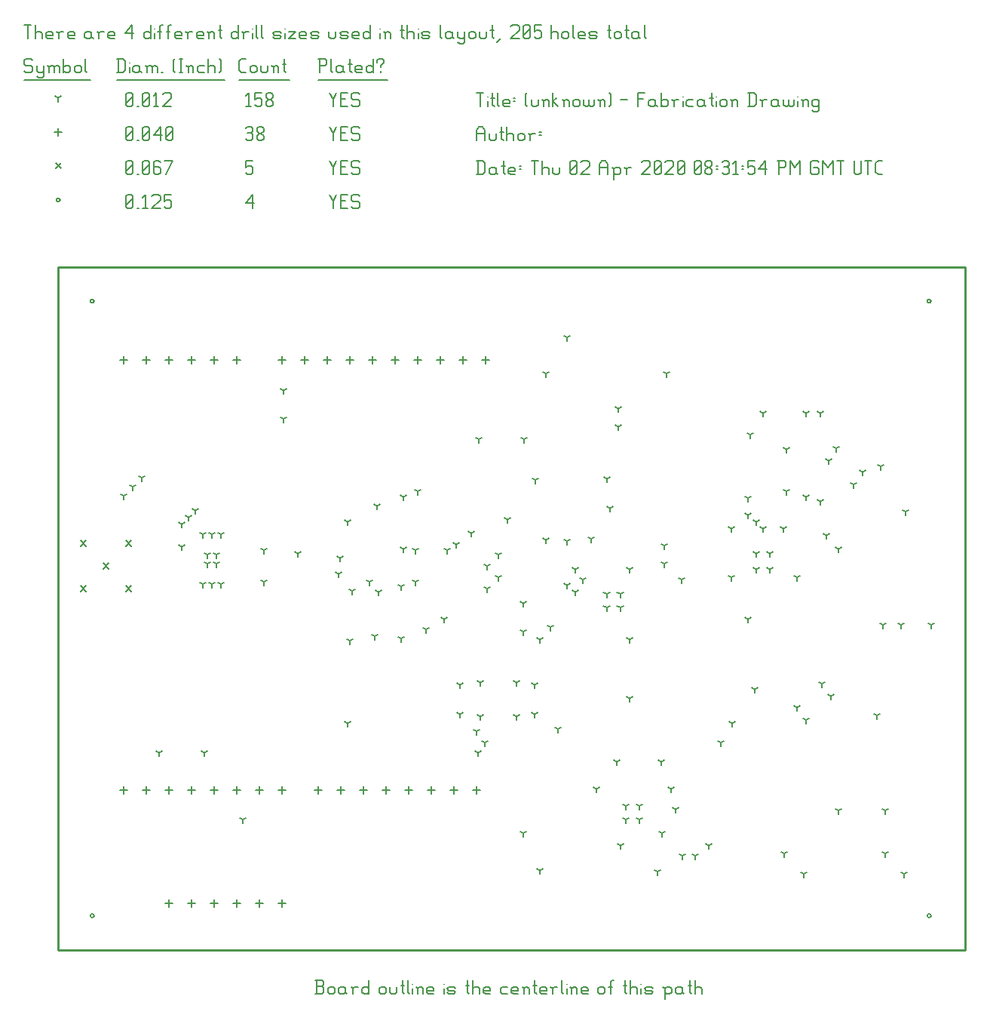
<source format=gbr>
G04 start of page 14 for group -3984 idx -3984 *
G04 Title: (unknown), fab *
G04 Creator: pcb 1.99z *
G04 CreationDate: Thu 02 Apr 2020 08:31:54 PM GMT UTC *
G04 For: mark *
G04 Format: Gerber/RS-274X *
G04 PCB-Dimensions (mil): 4300.00 3300.00 *
G04 PCB-Coordinate-Origin: lower left *
%MOIN*%
%FSLAX25Y25*%
%LNFAB*%
%ADD192C,0.0100*%
%ADD191C,0.0075*%
%ADD190C,0.0060*%
%ADD189R,0.0080X0.0080*%
G54D189*X29206Y296494D02*G75*G03X30806Y296494I800J0D01*G01*
G75*G03X29206Y296494I-800J0D01*G01*
Y24994D02*G75*G03X30806Y24994I800J0D01*G01*
G75*G03X29206Y24994I-800J0D01*G01*
X399206D02*G75*G03X400806Y24994I800J0D01*G01*
G75*G03X399206Y24994I-800J0D01*G01*
Y296494D02*G75*G03X400806Y296494I800J0D01*G01*
G75*G03X399206Y296494I-800J0D01*G01*
X14200Y341250D02*G75*G03X15800Y341250I800J0D01*G01*
G75*G03X14200Y341250I-800J0D01*G01*
G54D190*X135000Y343500D02*X136500Y340500D01*
X138000Y343500D01*
X136500Y340500D02*Y337500D01*
X139800Y340800D02*X142050D01*
X139800Y337500D02*X142800D01*
X139800Y343500D02*Y337500D01*
Y343500D02*X142800D01*
X147600D02*X148350Y342750D01*
X145350Y343500D02*X147600D01*
X144600Y342750D02*X145350Y343500D01*
X144600Y342750D02*Y341250D01*
X145350Y340500D01*
X147600D01*
X148350Y339750D01*
Y338250D01*
X147600Y337500D02*X148350Y338250D01*
X145350Y337500D02*X147600D01*
X144600Y338250D02*X145350Y337500D01*
X98000Y339750D02*X101000Y343500D01*
X98000Y339750D02*X101750D01*
X101000Y343500D02*Y337500D01*
X45000Y338250D02*X45750Y337500D01*
X45000Y342750D02*Y338250D01*
Y342750D02*X45750Y343500D01*
X47250D01*
X48000Y342750D01*
Y338250D01*
X47250Y337500D02*X48000Y338250D01*
X45750Y337500D02*X47250D01*
X45000Y339000D02*X48000Y342000D01*
X49800Y337500D02*X50550D01*
X52350Y342300D02*X53550Y343500D01*
Y337500D01*
X52350D02*X54600D01*
X56400Y342750D02*X57150Y343500D01*
X59400D01*
X60150Y342750D01*
Y341250D01*
X56400Y337500D02*X60150Y341250D01*
X56400Y337500D02*X60150D01*
X61950Y343500D02*X64950D01*
X61950D02*Y340500D01*
X62700Y341250D01*
X64200D01*
X64950Y340500D01*
Y338250D01*
X64200Y337500D02*X64950Y338250D01*
X62700Y337500D02*X64200D01*
X61950Y338250D02*X62700Y337500D01*
X34806Y180694D02*X37206Y178294D01*
X34806D02*X37206Y180694D01*
X24806Y190694D02*X27206Y188294D01*
X24806D02*X27206Y190694D01*
X24806Y170694D02*X27206Y168294D01*
X24806D02*X27206Y170694D01*
X44806Y190694D02*X47206Y188294D01*
X44806D02*X47206Y190694D01*
X44806Y170694D02*X47206Y168294D01*
X44806D02*X47206Y170694D01*
X13800Y357450D02*X16200Y355050D01*
X13800D02*X16200Y357450D01*
X135000Y358500D02*X136500Y355500D01*
X138000Y358500D01*
X136500Y355500D02*Y352500D01*
X139800Y355800D02*X142050D01*
X139800Y352500D02*X142800D01*
X139800Y358500D02*Y352500D01*
Y358500D02*X142800D01*
X147600D02*X148350Y357750D01*
X145350Y358500D02*X147600D01*
X144600Y357750D02*X145350Y358500D01*
X144600Y357750D02*Y356250D01*
X145350Y355500D01*
X147600D01*
X148350Y354750D01*
Y353250D01*
X147600Y352500D02*X148350Y353250D01*
X145350Y352500D02*X147600D01*
X144600Y353250D02*X145350Y352500D01*
X98000Y358500D02*X101000D01*
X98000D02*Y355500D01*
X98750Y356250D01*
X100250D01*
X101000Y355500D01*
Y353250D01*
X100250Y352500D02*X101000Y353250D01*
X98750Y352500D02*X100250D01*
X98000Y353250D02*X98750Y352500D01*
X45000Y353250D02*X45750Y352500D01*
X45000Y357750D02*Y353250D01*
Y357750D02*X45750Y358500D01*
X47250D01*
X48000Y357750D01*
Y353250D01*
X47250Y352500D02*X48000Y353250D01*
X45750Y352500D02*X47250D01*
X45000Y354000D02*X48000Y357000D01*
X49800Y352500D02*X50550D01*
X52350Y353250D02*X53100Y352500D01*
X52350Y357750D02*Y353250D01*
Y357750D02*X53100Y358500D01*
X54600D01*
X55350Y357750D01*
Y353250D01*
X54600Y352500D02*X55350Y353250D01*
X53100Y352500D02*X54600D01*
X52350Y354000D02*X55350Y357000D01*
X59400Y358500D02*X60150Y357750D01*
X57900Y358500D02*X59400D01*
X57150Y357750D02*X57900Y358500D01*
X57150Y357750D02*Y353250D01*
X57900Y352500D01*
X59400Y355800D02*X60150Y355050D01*
X57150Y355800D02*X59400D01*
X57900Y352500D02*X59400D01*
X60150Y353250D01*
Y355050D02*Y353250D01*
X62700Y352500D02*X65700Y358500D01*
X61950D02*X65700D01*
X154006Y272094D02*Y268894D01*
X152406Y270494D02*X155606D01*
X164006Y272094D02*Y268894D01*
X162406Y270494D02*X165606D01*
X174006Y272094D02*Y268894D01*
X172406Y270494D02*X175606D01*
X184006Y272094D02*Y268894D01*
X182406Y270494D02*X185606D01*
X194006Y272094D02*Y268894D01*
X192406Y270494D02*X195606D01*
X204006Y272094D02*Y268894D01*
X202406Y270494D02*X205606D01*
X104006Y82094D02*Y78894D01*
X102406Y80494D02*X105606D01*
X114006Y82094D02*Y78894D01*
X112406Y80494D02*X115606D01*
X44006Y82094D02*Y78894D01*
X42406Y80494D02*X45606D01*
X54006Y82094D02*Y78894D01*
X52406Y80494D02*X55606D01*
X64006Y82094D02*Y78894D01*
X62406Y80494D02*X65606D01*
X74006Y82094D02*Y78894D01*
X72406Y80494D02*X75606D01*
X84006Y82094D02*Y78894D01*
X82406Y80494D02*X85606D01*
X94006Y82094D02*Y78894D01*
X92406Y80494D02*X95606D01*
X190006Y82094D02*Y78894D01*
X188406Y80494D02*X191606D01*
X200006Y82094D02*Y78894D01*
X198406Y80494D02*X201606D01*
X130006Y82094D02*Y78894D01*
X128406Y80494D02*X131606D01*
X140006Y82094D02*Y78894D01*
X138406Y80494D02*X141606D01*
X150006Y82094D02*Y78894D01*
X148406Y80494D02*X151606D01*
X160006Y82094D02*Y78894D01*
X158406Y80494D02*X161606D01*
X170006Y82094D02*Y78894D01*
X168406Y80494D02*X171606D01*
X180006Y82094D02*Y78894D01*
X178406Y80494D02*X181606D01*
X44006Y272094D02*Y268894D01*
X42406Y270494D02*X45606D01*
X54006Y272094D02*Y268894D01*
X52406Y270494D02*X55606D01*
X64006Y272094D02*Y268894D01*
X62406Y270494D02*X65606D01*
X74006Y272094D02*Y268894D01*
X72406Y270494D02*X75606D01*
X84006Y272094D02*Y268894D01*
X82406Y270494D02*X85606D01*
X94006Y272094D02*Y268894D01*
X92406Y270494D02*X95606D01*
X114006Y272094D02*Y268894D01*
X112406Y270494D02*X115606D01*
X124006Y272094D02*Y268894D01*
X122406Y270494D02*X125606D01*
X134006Y272094D02*Y268894D01*
X132406Y270494D02*X135606D01*
X144006Y272094D02*Y268894D01*
X142406Y270494D02*X145606D01*
X64006Y32094D02*Y28894D01*
X62406Y30494D02*X65606D01*
X74006Y32094D02*Y28894D01*
X72406Y30494D02*X75606D01*
X84006Y32094D02*Y28894D01*
X82406Y30494D02*X85606D01*
X94006Y32094D02*Y28894D01*
X92406Y30494D02*X95606D01*
X104006Y32094D02*Y28894D01*
X102406Y30494D02*X105606D01*
X114006Y32094D02*Y28894D01*
X112406Y30494D02*X115606D01*
X15000Y372850D02*Y369650D01*
X13400Y371250D02*X16600D01*
X135000Y373500D02*X136500Y370500D01*
X138000Y373500D01*
X136500Y370500D02*Y367500D01*
X139800Y370800D02*X142050D01*
X139800Y367500D02*X142800D01*
X139800Y373500D02*Y367500D01*
Y373500D02*X142800D01*
X147600D02*X148350Y372750D01*
X145350Y373500D02*X147600D01*
X144600Y372750D02*X145350Y373500D01*
X144600Y372750D02*Y371250D01*
X145350Y370500D01*
X147600D01*
X148350Y369750D01*
Y368250D01*
X147600Y367500D02*X148350Y368250D01*
X145350Y367500D02*X147600D01*
X144600Y368250D02*X145350Y367500D01*
X98000Y372750D02*X98750Y373500D01*
X100250D01*
X101000Y372750D01*
X100250Y367500D02*X101000Y368250D01*
X98750Y367500D02*X100250D01*
X98000Y368250D02*X98750Y367500D01*
Y370800D02*X100250D01*
X101000Y372750D02*Y371550D01*
Y370050D02*Y368250D01*
Y370050D02*X100250Y370800D01*
X101000Y371550D02*X100250Y370800D01*
X102800Y368250D02*X103550Y367500D01*
X102800Y369450D02*Y368250D01*
Y369450D02*X103850Y370500D01*
X104750D01*
X105800Y369450D01*
Y368250D01*
X105050Y367500D02*X105800Y368250D01*
X103550Y367500D02*X105050D01*
X102800Y371550D02*X103850Y370500D01*
X102800Y372750D02*Y371550D01*
Y372750D02*X103550Y373500D01*
X105050D01*
X105800Y372750D01*
Y371550D01*
X104750Y370500D02*X105800Y371550D01*
X45000Y368250D02*X45750Y367500D01*
X45000Y372750D02*Y368250D01*
Y372750D02*X45750Y373500D01*
X47250D01*
X48000Y372750D01*
Y368250D01*
X47250Y367500D02*X48000Y368250D01*
X45750Y367500D02*X47250D01*
X45000Y369000D02*X48000Y372000D01*
X49800Y367500D02*X50550D01*
X52350Y368250D02*X53100Y367500D01*
X52350Y372750D02*Y368250D01*
Y372750D02*X53100Y373500D01*
X54600D01*
X55350Y372750D01*
Y368250D01*
X54600Y367500D02*X55350Y368250D01*
X53100Y367500D02*X54600D01*
X52350Y369000D02*X55350Y372000D01*
X57150Y369750D02*X60150Y373500D01*
X57150Y369750D02*X60900D01*
X60150Y373500D02*Y367500D01*
X62700Y368250D02*X63450Y367500D01*
X62700Y372750D02*Y368250D01*
Y372750D02*X63450Y373500D01*
X64950D01*
X65700Y372750D01*
Y368250D01*
X64950Y367500D02*X65700Y368250D01*
X63450Y367500D02*X64950D01*
X62700Y369000D02*X65700Y372000D01*
X271990Y73494D02*Y71894D01*
Y73494D02*X273377Y74294D01*
X271990Y73494D02*X270603Y74294D01*
X271990Y67494D02*Y65894D01*
Y67494D02*X273377Y68294D01*
X271990Y67494D02*X270603Y68294D01*
X265990Y67494D02*Y65894D01*
Y67494D02*X267377Y68294D01*
X265990Y67494D02*X264603Y68294D01*
X265990Y73494D02*Y71894D01*
Y73494D02*X267377Y74294D01*
X265990Y73494D02*X264603Y74294D01*
X81006Y184494D02*Y182894D01*
Y184494D02*X82393Y185294D01*
X81006Y184494D02*X79619Y185294D01*
X85006Y180494D02*Y178894D01*
Y180494D02*X86393Y181294D01*
X85006Y180494D02*X83619Y181294D01*
X85006Y184494D02*Y182894D01*
Y184494D02*X86393Y185294D01*
X85006Y184494D02*X83619Y185294D01*
X81006Y180494D02*Y178894D01*
Y180494D02*X82393Y181294D01*
X81006Y180494D02*X79619Y181294D01*
X259006Y204994D02*Y203394D01*
Y204994D02*X260393Y205794D01*
X259006Y204994D02*X257619Y205794D01*
X341506Y174494D02*Y172894D01*
Y174494D02*X342893Y175294D01*
X341506Y174494D02*X340119Y175294D01*
X323656Y184994D02*Y183394D01*
Y184994D02*X325043Y185794D01*
X323656Y184994D02*X322269Y185794D01*
X329656Y184994D02*Y183394D01*
Y184994D02*X331043Y185794D01*
X329656Y184994D02*X328269Y185794D01*
X329656Y177994D02*Y176394D01*
Y177994D02*X331043Y178794D01*
X329656Y177994D02*X328269Y178794D01*
X323656Y177994D02*Y176394D01*
Y177994D02*X325043Y178794D01*
X323656Y177994D02*X322269Y178794D01*
X209506Y184494D02*Y182894D01*
Y184494D02*X210893Y185294D01*
X209506Y184494D02*X208119Y185294D01*
X204506Y179494D02*Y177894D01*
Y179494D02*X205893Y180294D01*
X204506Y179494D02*X203119Y180294D01*
X209506Y174494D02*Y172894D01*
Y174494D02*X210893Y175294D01*
X209506Y174494D02*X208119Y175294D01*
X204506Y169494D02*Y167894D01*
Y169494D02*X205893Y170294D01*
X204506Y169494D02*X203119Y170294D01*
X378506Y223494D02*Y221894D01*
Y223494D02*X379893Y224294D01*
X378506Y223494D02*X377119Y224294D01*
X257490Y161152D02*Y159552D01*
Y161152D02*X258877Y161952D01*
X257490Y161152D02*X256103Y161952D01*
X263490Y161152D02*Y159552D01*
Y161152D02*X264877Y161952D01*
X263490Y161152D02*X262103Y161952D01*
X263490Y167152D02*Y165552D01*
Y167152D02*X264877Y167952D01*
X263490Y167152D02*X262103Y167952D01*
X257490Y167152D02*Y165552D01*
Y167152D02*X258877Y167952D01*
X257490Y167152D02*X256103Y167952D01*
X380506Y71494D02*Y69894D01*
Y71494D02*X381893Y72294D01*
X380506Y71494D02*X379119Y72294D01*
X228006Y146994D02*Y145394D01*
Y146994D02*X229393Y147794D01*
X228006Y146994D02*X226619Y147794D01*
X360006Y71494D02*Y69894D01*
Y71494D02*X361393Y72294D01*
X360006Y71494D02*X358619Y72294D01*
X228006Y44994D02*Y43394D01*
Y44994D02*X229393Y45794D01*
X228006Y44994D02*X226619Y45794D01*
X69506Y197994D02*Y196394D01*
Y197994D02*X70893Y198794D01*
X69506Y197994D02*X68119Y198794D01*
X72506Y200994D02*Y199394D01*
Y200994D02*X73893Y201794D01*
X72506Y200994D02*X71119Y201794D01*
X75506Y203994D02*Y202394D01*
Y203994D02*X76893Y204794D01*
X75506Y203994D02*X74119Y204794D01*
X44006Y210494D02*Y208894D01*
Y210494D02*X45393Y211294D01*
X44006Y210494D02*X42619Y211294D01*
X48006Y214494D02*Y212894D01*
Y214494D02*X49393Y215294D01*
X48006Y214494D02*X46619Y215294D01*
X52006Y218494D02*Y216894D01*
Y218494D02*X53393Y219294D01*
X52006Y218494D02*X50619Y219294D01*
X320006Y155994D02*Y154394D01*
Y155994D02*X321393Y156794D01*
X320006Y155994D02*X318619Y156794D01*
X312506Y174494D02*Y172894D01*
Y174494D02*X313893Y175294D01*
X312506Y174494D02*X311119Y175294D01*
X312506Y195994D02*Y194394D01*
Y195994D02*X313893Y196794D01*
X312506Y195994D02*X311119Y196794D01*
X326506Y195994D02*Y194394D01*
Y195994D02*X327893Y196794D01*
X326506Y195994D02*X325119Y196794D01*
X320006Y201994D02*Y200394D01*
Y201994D02*X321393Y202794D01*
X320006Y201994D02*X318619Y202794D01*
X360006Y186994D02*Y185394D01*
Y186994D02*X361393Y187794D01*
X360006Y186994D02*X358619Y187794D01*
X247006Y173494D02*Y171894D01*
Y173494D02*X248393Y174294D01*
X247006Y173494D02*X245619Y174294D01*
X290506Y173494D02*Y171894D01*
Y173494D02*X291893Y174294D01*
X290506Y173494D02*X289119Y174294D01*
X243506Y167994D02*Y166394D01*
Y167994D02*X244893Y168794D01*
X243506Y167994D02*X242119Y168794D01*
X267506Y177994D02*Y176394D01*
Y177994D02*X268893Y178794D01*
X267506Y177994D02*X266119Y178794D01*
X267506Y146994D02*Y145394D01*
Y146994D02*X268893Y147794D01*
X267506Y146994D02*X266119Y147794D01*
X243506Y177994D02*Y176394D01*
Y177994D02*X244893Y178794D01*
X243506Y177994D02*X242119Y178794D01*
X240006Y170994D02*Y169394D01*
Y170994D02*X241393Y171794D01*
X240006Y170994D02*X238619Y171794D01*
X323506Y198994D02*Y197394D01*
Y198994D02*X324893Y199794D01*
X323506Y198994D02*X322119Y199794D01*
X240006Y280494D02*Y278894D01*
Y280494D02*X241393Y281294D01*
X240006Y280494D02*X238619Y281294D01*
X69506Y187994D02*Y186394D01*
Y187994D02*X70893Y188794D01*
X69506Y187994D02*X68119Y188794D01*
X326506Y246994D02*Y245394D01*
Y246994D02*X327893Y247794D01*
X326506Y246994D02*X325119Y247794D01*
X389006Y43494D02*Y41894D01*
Y43494D02*X390393Y44294D01*
X389006Y43494D02*X387619Y44294D01*
X257506Y217994D02*Y216394D01*
Y217994D02*X258893Y218794D01*
X257506Y217994D02*X256119Y218794D01*
X144006Y146494D02*Y144894D01*
Y146494D02*X145393Y147294D01*
X144006Y146494D02*X142619Y147294D01*
X114506Y244494D02*Y242894D01*
Y244494D02*X115893Y245294D01*
X114506Y244494D02*X113119Y245294D01*
X401006Y153494D02*Y151894D01*
Y153494D02*X402393Y154294D01*
X401006Y153494D02*X399619Y154294D01*
X284006Y264494D02*Y262894D01*
Y264494D02*X285393Y265294D01*
X284006Y264494D02*X282619Y265294D01*
X230506Y264494D02*Y262894D01*
Y264494D02*X231893Y265294D01*
X230506Y264494D02*X229119Y265294D01*
X114506Y256994D02*Y255394D01*
Y256994D02*X115893Y257794D01*
X114506Y256994D02*X113119Y257794D01*
X143006Y109994D02*Y108394D01*
Y109994D02*X144393Y110794D01*
X143006Y109994D02*X141619Y110794D01*
X96506Y67494D02*Y65894D01*
Y67494D02*X97893Y68294D01*
X96506Y67494D02*X95119Y68294D01*
X197506Y193994D02*Y192394D01*
Y193994D02*X198893Y194794D01*
X197506Y193994D02*X196119Y194794D01*
X281506Y92994D02*Y91394D01*
Y92994D02*X282893Y93794D01*
X281506Y92994D02*X280119Y93794D01*
X267506Y120994D02*Y119394D01*
Y120994D02*X268893Y121794D01*
X267506Y120994D02*X266119Y121794D01*
X336006Y52494D02*Y50894D01*
Y52494D02*X337393Y53294D01*
X336006Y52494D02*X334619Y53294D01*
X380506Y52494D02*Y50894D01*
Y52494D02*X381893Y53294D01*
X380506Y52494D02*X379119Y53294D01*
X344506Y43494D02*Y41894D01*
Y43494D02*X345893Y44294D01*
X344506Y43494D02*X343119Y44294D01*
X262006Y92994D02*Y91394D01*
Y92994D02*X263393Y93794D01*
X262006Y92994D02*X260619Y93794D01*
X302506Y55994D02*Y54394D01*
Y55994D02*X303893Y56794D01*
X302506Y55994D02*X301119Y56794D01*
X263506Y55994D02*Y54394D01*
Y55994D02*X264893Y56794D01*
X263506Y55994D02*X262119Y56794D01*
X286006Y80994D02*Y79394D01*
Y80994D02*X287393Y81794D01*
X286006Y80994D02*X284619Y81794D01*
X253006Y80994D02*Y79394D01*
Y80994D02*X254393Y81794D01*
X253006Y80994D02*X251619Y81794D01*
X226006Y217494D02*Y215894D01*
Y217494D02*X227393Y218294D01*
X226006Y217494D02*X224619Y218294D01*
X240006Y190494D02*Y188894D01*
Y190494D02*X241393Y191294D01*
X240006Y190494D02*X238619Y191294D01*
X232506Y152494D02*Y150894D01*
Y152494D02*X233893Y153294D01*
X232506Y152494D02*X231119Y153294D01*
X280006Y44494D02*Y42894D01*
Y44494D02*X281393Y45294D01*
X280006Y44494D02*X278619Y45294D01*
X354506Y192994D02*Y191394D01*
Y192994D02*X355893Y193794D01*
X354506Y192994D02*X353119Y193794D01*
X282006Y61494D02*Y59894D01*
Y61494D02*X283393Y62294D01*
X282006Y61494D02*X280619Y62294D01*
X187006Y186494D02*Y184894D01*
Y186494D02*X188393Y187294D01*
X187006Y186494D02*X185619Y187294D01*
X230506Y190994D02*Y189394D01*
Y190994D02*X231893Y191794D01*
X230506Y190994D02*X229119Y191794D01*
X345506Y209994D02*Y208394D01*
Y209994D02*X346893Y210794D01*
X345506Y209994D02*X344119Y210794D01*
X203506Y101494D02*Y99894D01*
Y101494D02*X204893Y102294D01*
X203506Y101494D02*X202119Y102294D01*
X200506Y96994D02*Y95394D01*
Y96994D02*X201893Y97794D01*
X200506Y96994D02*X199119Y97794D01*
X291006Y51494D02*Y49894D01*
Y51494D02*X292393Y52294D01*
X291006Y51494D02*X289619Y52294D01*
X296506Y51494D02*Y49894D01*
Y51494D02*X297893Y52294D01*
X296506Y51494D02*X295119Y52294D01*
X288006Y71994D02*Y70394D01*
Y71994D02*X289393Y72794D01*
X288006Y71994D02*X286619Y72794D01*
X156506Y167994D02*Y166394D01*
Y167994D02*X157893Y168794D01*
X156506Y167994D02*X155119Y168794D01*
X152506Y172494D02*Y170894D01*
Y172494D02*X153893Y173294D01*
X152506Y172494D02*X151119Y173294D01*
X59506Y96994D02*Y95394D01*
Y96994D02*X60893Y97794D01*
X59506Y96994D02*X58119Y97794D01*
X79506Y96994D02*Y95394D01*
Y96994D02*X80893Y97794D01*
X79506Y96994D02*X78119Y97794D01*
X220506Y150494D02*Y148894D01*
Y150494D02*X221893Y151294D01*
X220506Y150494D02*X219119Y151294D01*
X220506Y61494D02*Y59894D01*
Y61494D02*X221893Y62294D01*
X220506Y61494D02*X219119Y62294D01*
X220506Y162994D02*Y161394D01*
Y162994D02*X221893Y163794D01*
X220506Y162994D02*X219119Y163794D01*
X335506Y195994D02*Y194394D01*
Y195994D02*X336893Y196794D01*
X335506Y195994D02*X334119Y196794D01*
X345506Y246994D02*Y245394D01*
Y246994D02*X346893Y247794D01*
X345506Y246994D02*X344119Y247794D01*
X341506Y116994D02*Y115394D01*
Y116994D02*X342893Y117794D01*
X341506Y116994D02*X340119Y117794D01*
X356506Y121994D02*Y120394D01*
Y121994D02*X357893Y122794D01*
X356506Y121994D02*X355119Y122794D01*
X352506Y127494D02*Y125894D01*
Y127494D02*X353893Y128294D01*
X352506Y127494D02*X351119Y128294D01*
X345506Y111494D02*Y109894D01*
Y111494D02*X346893Y112294D01*
X345506Y111494D02*X344119Y112294D01*
X323006Y124994D02*Y123394D01*
Y124994D02*X324393Y125794D01*
X323006Y124994D02*X321619Y125794D01*
X377006Y113494D02*Y111894D01*
Y113494D02*X378393Y114294D01*
X377006Y113494D02*X375619Y114294D01*
X389506Y203494D02*Y201894D01*
Y203494D02*X390893Y204294D01*
X389506Y203494D02*X388119Y204294D01*
X370506Y220994D02*Y219394D01*
Y220994D02*X371893Y221794D01*
X370506Y220994D02*X369119Y221794D01*
X355506Y225994D02*Y224394D01*
Y225994D02*X356893Y226794D01*
X355506Y225994D02*X354119Y226794D01*
X359006Y231494D02*Y229894D01*
Y231494D02*X360393Y232294D01*
X359006Y231494D02*X357619Y232294D01*
X366506Y215494D02*Y213894D01*
Y215494D02*X367893Y216294D01*
X366506Y215494D02*X365119Y216294D01*
X337006Y212494D02*Y210894D01*
Y212494D02*X338393Y213294D01*
X337006Y212494D02*X335619Y213294D01*
X337006Y230994D02*Y229394D01*
Y230994D02*X338393Y231794D01*
X337006Y230994D02*X335619Y231794D01*
X352006Y207994D02*Y206394D01*
Y207994D02*X353393Y208794D01*
X352006Y207994D02*X350619Y208794D01*
X352006Y246994D02*Y245394D01*
Y246994D02*X353393Y247794D01*
X352006Y246994D02*X350619Y247794D01*
X313006Y109994D02*Y108394D01*
Y109994D02*X314393Y110794D01*
X313006Y109994D02*X311619Y110794D01*
X236006Y107494D02*Y105894D01*
Y107494D02*X237393Y108294D01*
X236006Y107494D02*X234619Y108294D01*
X87006Y171494D02*Y169894D01*
Y171494D02*X88393Y172294D01*
X87006Y171494D02*X85619Y172294D01*
X83006Y171494D02*Y169894D01*
Y171494D02*X84393Y172294D01*
X83006Y171494D02*X81619Y172294D01*
X79006Y171494D02*Y169894D01*
Y171494D02*X80393Y172294D01*
X79006Y171494D02*X77619Y172294D01*
X79006Y193494D02*Y191894D01*
Y193494D02*X80393Y194294D01*
X79006Y193494D02*X77619Y194294D01*
X83006Y193494D02*Y191894D01*
Y193494D02*X84393Y194294D01*
X83006Y193494D02*X81619Y194294D01*
X87006Y193494D02*Y191894D01*
Y193494D02*X88393Y194294D01*
X87006Y193494D02*X85619Y194294D01*
X106006Y172494D02*Y170894D01*
Y172494D02*X107393Y173294D01*
X106006Y172494D02*X104619Y173294D01*
X106006Y186494D02*Y184894D01*
Y186494D02*X107393Y187294D01*
X106006Y186494D02*X104619Y187294D01*
X139006Y175994D02*Y174394D01*
Y175994D02*X140393Y176794D01*
X139006Y175994D02*X137619Y176794D01*
X139506Y182994D02*Y181394D01*
Y182994D02*X140893Y183794D01*
X139506Y182994D02*X138119Y183794D01*
X173006Y186494D02*Y184894D01*
Y186494D02*X174393Y187294D01*
X173006Y186494D02*X171619Y187294D01*
X283006Y188494D02*Y186894D01*
Y188494D02*X284393Y189294D01*
X283006Y188494D02*X281619Y189294D01*
X283006Y180494D02*Y178894D01*
Y180494D02*X284393Y181294D01*
X283006Y180494D02*X281619Y181294D01*
X173006Y172494D02*Y170894D01*
Y172494D02*X174393Y173294D01*
X173006Y172494D02*X171619Y173294D01*
X185506Y155994D02*Y154394D01*
Y155994D02*X186893Y156794D01*
X185506Y155994D02*X184119Y156794D01*
X177506Y151494D02*Y149894D01*
Y151494D02*X178893Y152294D01*
X177506Y151494D02*X176119Y152294D01*
X192506Y113994D02*Y112394D01*
Y113994D02*X193893Y114794D01*
X192506Y113994D02*X191119Y114794D01*
X192506Y126994D02*Y125394D01*
Y126994D02*X193893Y127794D01*
X192506Y126994D02*X191119Y127794D01*
X225506Y113994D02*Y112394D01*
Y113994D02*X226893Y114794D01*
X225506Y113994D02*X224119Y114794D01*
X225506Y126994D02*Y125394D01*
Y126994D02*X226893Y127794D01*
X225506Y126994D02*X224119Y127794D01*
X308006Y101494D02*Y99894D01*
Y101494D02*X309393Y102294D01*
X308006Y101494D02*X306619Y102294D01*
X387506Y153494D02*Y151894D01*
Y153494D02*X388893Y154294D01*
X387506Y153494D02*X386119Y154294D01*
X379506Y153494D02*Y151894D01*
Y153494D02*X380893Y154294D01*
X379506Y153494D02*X378119Y154294D01*
X321006Y237494D02*Y235894D01*
Y237494D02*X322393Y238294D01*
X321006Y237494D02*X319619Y238294D01*
X320006Y209494D02*Y207894D01*
Y209494D02*X321393Y210294D01*
X320006Y209494D02*X318619Y210294D01*
X262506Y248994D02*Y247394D01*
Y248994D02*X263893Y249794D01*
X262506Y248994D02*X261119Y249794D01*
X262506Y240994D02*Y239394D01*
Y240994D02*X263893Y241794D01*
X262506Y240994D02*X261119Y241794D01*
X221006Y235494D02*Y233894D01*
Y235494D02*X222393Y236294D01*
X221006Y235494D02*X219619Y236294D01*
X201006Y235494D02*Y233894D01*
Y235494D02*X202393Y236294D01*
X201006Y235494D02*X199619Y236294D01*
X213506Y199994D02*Y198394D01*
Y199994D02*X214893Y200794D01*
X213506Y199994D02*X212119Y200794D01*
X191006Y188994D02*Y187394D01*
Y188994D02*X192393Y189794D01*
X191006Y188994D02*X189619Y189794D01*
X174006Y212494D02*Y210894D01*
Y212494D02*X175393Y213294D01*
X174006Y212494D02*X172619Y213294D01*
X167506Y209994D02*Y208394D01*
Y209994D02*X168893Y210794D01*
X167506Y209994D02*X166119Y210794D01*
X156006Y205994D02*Y204394D01*
Y205994D02*X157393Y206794D01*
X156006Y205994D02*X154619Y206794D01*
X143006Y198994D02*Y197394D01*
Y198994D02*X144393Y199794D01*
X143006Y198994D02*X141619Y199794D01*
X121006Y184994D02*Y183394D01*
Y184994D02*X122393Y185794D01*
X121006Y184994D02*X119619Y185794D01*
X145006Y168494D02*Y166894D01*
Y168494D02*X146393Y169294D01*
X145006Y168494D02*X143619Y169294D01*
X155006Y148494D02*Y146894D01*
Y148494D02*X156393Y149294D01*
X155006Y148494D02*X153619Y149294D01*
X166506Y147494D02*Y145894D01*
Y147494D02*X167893Y148294D01*
X166506Y147494D02*X165119Y148294D01*
X200006Y106494D02*Y104894D01*
Y106494D02*X201393Y107294D01*
X200006Y106494D02*X198619Y107294D01*
X201506Y112994D02*Y111394D01*
Y112994D02*X202893Y113794D01*
X201506Y112994D02*X200119Y113794D01*
X217506Y112994D02*Y111394D01*
Y112994D02*X218893Y113794D01*
X217506Y112994D02*X216119Y113794D01*
X217506Y127994D02*Y126394D01*
Y127994D02*X218893Y128794D01*
X217506Y127994D02*X216119Y128794D01*
X201506Y127994D02*Y126394D01*
Y127994D02*X202893Y128794D01*
X201506Y127994D02*X200119Y128794D01*
X250506Y191494D02*Y189894D01*
Y191494D02*X251893Y192294D01*
X250506Y191494D02*X249119Y192294D01*
X167506Y186994D02*Y185394D01*
Y186994D02*X168893Y187794D01*
X167506Y186994D02*X166119Y187794D01*
X166506Y170494D02*Y168894D01*
Y170494D02*X167893Y171294D01*
X166506Y170494D02*X165119Y171294D01*
X15000Y386250D02*Y384650D01*
Y386250D02*X16387Y387050D01*
X15000Y386250D02*X13613Y387050D01*
X135000Y388500D02*X136500Y385500D01*
X138000Y388500D01*
X136500Y385500D02*Y382500D01*
X139800Y385800D02*X142050D01*
X139800Y382500D02*X142800D01*
X139800Y388500D02*Y382500D01*
Y388500D02*X142800D01*
X147600D02*X148350Y387750D01*
X145350Y388500D02*X147600D01*
X144600Y387750D02*X145350Y388500D01*
X144600Y387750D02*Y386250D01*
X145350Y385500D01*
X147600D01*
X148350Y384750D01*
Y383250D01*
X147600Y382500D02*X148350Y383250D01*
X145350Y382500D02*X147600D01*
X144600Y383250D02*X145350Y382500D01*
X98000Y387300D02*X99200Y388500D01*
Y382500D01*
X98000D02*X100250D01*
X102050Y388500D02*X105050D01*
X102050D02*Y385500D01*
X102800Y386250D01*
X104300D01*
X105050Y385500D01*
Y383250D01*
X104300Y382500D02*X105050Y383250D01*
X102800Y382500D02*X104300D01*
X102050Y383250D02*X102800Y382500D01*
X106850Y383250D02*X107600Y382500D01*
X106850Y384450D02*Y383250D01*
Y384450D02*X107900Y385500D01*
X108800D01*
X109850Y384450D01*
Y383250D01*
X109100Y382500D02*X109850Y383250D01*
X107600Y382500D02*X109100D01*
X106850Y386550D02*X107900Y385500D01*
X106850Y387750D02*Y386550D01*
Y387750D02*X107600Y388500D01*
X109100D01*
X109850Y387750D01*
Y386550D01*
X108800Y385500D02*X109850Y386550D01*
X45000Y383250D02*X45750Y382500D01*
X45000Y387750D02*Y383250D01*
Y387750D02*X45750Y388500D01*
X47250D01*
X48000Y387750D01*
Y383250D01*
X47250Y382500D02*X48000Y383250D01*
X45750Y382500D02*X47250D01*
X45000Y384000D02*X48000Y387000D01*
X49800Y382500D02*X50550D01*
X52350Y383250D02*X53100Y382500D01*
X52350Y387750D02*Y383250D01*
Y387750D02*X53100Y388500D01*
X54600D01*
X55350Y387750D01*
Y383250D01*
X54600Y382500D02*X55350Y383250D01*
X53100Y382500D02*X54600D01*
X52350Y384000D02*X55350Y387000D01*
X57150Y387300D02*X58350Y388500D01*
Y382500D01*
X57150D02*X59400D01*
X61200Y387750D02*X61950Y388500D01*
X64200D01*
X64950Y387750D01*
Y386250D01*
X61200Y382500D02*X64950Y386250D01*
X61200Y382500D02*X64950D01*
X3000Y403500D02*X3750Y402750D01*
X750Y403500D02*X3000D01*
X0Y402750D02*X750Y403500D01*
X0Y402750D02*Y401250D01*
X750Y400500D01*
X3000D01*
X3750Y399750D01*
Y398250D01*
X3000Y397500D02*X3750Y398250D01*
X750Y397500D02*X3000D01*
X0Y398250D02*X750Y397500D01*
X5550Y400500D02*Y398250D01*
X6300Y397500D01*
X8550Y400500D02*Y396000D01*
X7800Y395250D02*X8550Y396000D01*
X6300Y395250D02*X7800D01*
X5550Y396000D02*X6300Y395250D01*
Y397500D02*X7800D01*
X8550Y398250D01*
X11100Y399750D02*Y397500D01*
Y399750D02*X11850Y400500D01*
X12600D01*
X13350Y399750D01*
Y397500D01*
Y399750D02*X14100Y400500D01*
X14850D01*
X15600Y399750D01*
Y397500D01*
X10350Y400500D02*X11100Y399750D01*
X17400Y403500D02*Y397500D01*
Y398250D02*X18150Y397500D01*
X19650D01*
X20400Y398250D01*
Y399750D02*Y398250D01*
X19650Y400500D02*X20400Y399750D01*
X18150Y400500D02*X19650D01*
X17400Y399750D02*X18150Y400500D01*
X22200Y399750D02*Y398250D01*
Y399750D02*X22950Y400500D01*
X24450D01*
X25200Y399750D01*
Y398250D01*
X24450Y397500D02*X25200Y398250D01*
X22950Y397500D02*X24450D01*
X22200Y398250D02*X22950Y397500D01*
X27000Y403500D02*Y398250D01*
X27750Y397500D01*
X0Y394250D02*X29250D01*
X41750Y403500D02*Y397500D01*
X43700Y403500D02*X44750Y402450D01*
Y398550D01*
X43700Y397500D02*X44750Y398550D01*
X41000Y397500D02*X43700D01*
X41000Y403500D02*X43700D01*
G54D191*X46550Y402000D02*Y401850D01*
G54D190*Y399750D02*Y397500D01*
X50300Y400500D02*X51050Y399750D01*
X48800Y400500D02*X50300D01*
X48050Y399750D02*X48800Y400500D01*
X48050Y399750D02*Y398250D01*
X48800Y397500D01*
X51050Y400500D02*Y398250D01*
X51800Y397500D01*
X48800D02*X50300D01*
X51050Y398250D01*
X54350Y399750D02*Y397500D01*
Y399750D02*X55100Y400500D01*
X55850D01*
X56600Y399750D01*
Y397500D01*
Y399750D02*X57350Y400500D01*
X58100D01*
X58850Y399750D01*
Y397500D01*
X53600Y400500D02*X54350Y399750D01*
X60650Y397500D02*X61400D01*
X65900Y398250D02*X66650Y397500D01*
X65900Y402750D02*X66650Y403500D01*
X65900Y402750D02*Y398250D01*
X68450Y403500D02*X69950D01*
X69200D02*Y397500D01*
X68450D02*X69950D01*
X72500Y399750D02*Y397500D01*
Y399750D02*X73250Y400500D01*
X74000D01*
X74750Y399750D01*
Y397500D01*
X71750Y400500D02*X72500Y399750D01*
X77300Y400500D02*X79550D01*
X76550Y399750D02*X77300Y400500D01*
X76550Y399750D02*Y398250D01*
X77300Y397500D01*
X79550D01*
X81350Y403500D02*Y397500D01*
Y399750D02*X82100Y400500D01*
X83600D01*
X84350Y399750D01*
Y397500D01*
X86150Y403500D02*X86900Y402750D01*
Y398250D01*
X86150Y397500D02*X86900Y398250D01*
X41000Y394250D02*X88700D01*
X96050Y397500D02*X98000D01*
X95000Y398550D02*X96050Y397500D01*
X95000Y402450D02*Y398550D01*
Y402450D02*X96050Y403500D01*
X98000D01*
X99800Y399750D02*Y398250D01*
Y399750D02*X100550Y400500D01*
X102050D01*
X102800Y399750D01*
Y398250D01*
X102050Y397500D02*X102800Y398250D01*
X100550Y397500D02*X102050D01*
X99800Y398250D02*X100550Y397500D01*
X104600Y400500D02*Y398250D01*
X105350Y397500D01*
X106850D01*
X107600Y398250D01*
Y400500D02*Y398250D01*
X110150Y399750D02*Y397500D01*
Y399750D02*X110900Y400500D01*
X111650D01*
X112400Y399750D01*
Y397500D01*
X109400Y400500D02*X110150Y399750D01*
X114950Y403500D02*Y398250D01*
X115700Y397500D01*
X114200Y401250D02*X115700D01*
X95000Y394250D02*X117200D01*
X130750Y403500D02*Y397500D01*
X130000Y403500D02*X133000D01*
X133750Y402750D01*
Y401250D01*
X133000Y400500D02*X133750Y401250D01*
X130750Y400500D02*X133000D01*
X135550Y403500D02*Y398250D01*
X136300Y397500D01*
X140050Y400500D02*X140800Y399750D01*
X138550Y400500D02*X140050D01*
X137800Y399750D02*X138550Y400500D01*
X137800Y399750D02*Y398250D01*
X138550Y397500D01*
X140800Y400500D02*Y398250D01*
X141550Y397500D01*
X138550D02*X140050D01*
X140800Y398250D01*
X144100Y403500D02*Y398250D01*
X144850Y397500D01*
X143350Y401250D02*X144850D01*
X147100Y397500D02*X149350D01*
X146350Y398250D02*X147100Y397500D01*
X146350Y399750D02*Y398250D01*
Y399750D02*X147100Y400500D01*
X148600D01*
X149350Y399750D01*
X146350Y399000D02*X149350D01*
Y399750D02*Y399000D01*
X154150Y403500D02*Y397500D01*
X153400D02*X154150Y398250D01*
X151900Y397500D02*X153400D01*
X151150Y398250D02*X151900Y397500D01*
X151150Y399750D02*Y398250D01*
Y399750D02*X151900Y400500D01*
X153400D01*
X154150Y399750D01*
X157450Y400500D02*Y399750D01*
Y398250D02*Y397500D01*
X155950Y402750D02*Y402000D01*
Y402750D02*X156700Y403500D01*
X158200D01*
X158950Y402750D01*
Y402000D01*
X157450Y400500D02*X158950Y402000D01*
X130000Y394250D02*X160750D01*
X0Y418500D02*X3000D01*
X1500D02*Y412500D01*
X4800Y418500D02*Y412500D01*
Y414750D02*X5550Y415500D01*
X7050D01*
X7800Y414750D01*
Y412500D01*
X10350D02*X12600D01*
X9600Y413250D02*X10350Y412500D01*
X9600Y414750D02*Y413250D01*
Y414750D02*X10350Y415500D01*
X11850D01*
X12600Y414750D01*
X9600Y414000D02*X12600D01*
Y414750D02*Y414000D01*
X15150Y414750D02*Y412500D01*
Y414750D02*X15900Y415500D01*
X17400D01*
X14400D02*X15150Y414750D01*
X19950Y412500D02*X22200D01*
X19200Y413250D02*X19950Y412500D01*
X19200Y414750D02*Y413250D01*
Y414750D02*X19950Y415500D01*
X21450D01*
X22200Y414750D01*
X19200Y414000D02*X22200D01*
Y414750D02*Y414000D01*
X28950Y415500D02*X29700Y414750D01*
X27450Y415500D02*X28950D01*
X26700Y414750D02*X27450Y415500D01*
X26700Y414750D02*Y413250D01*
X27450Y412500D01*
X29700Y415500D02*Y413250D01*
X30450Y412500D01*
X27450D02*X28950D01*
X29700Y413250D01*
X33000Y414750D02*Y412500D01*
Y414750D02*X33750Y415500D01*
X35250D01*
X32250D02*X33000Y414750D01*
X37800Y412500D02*X40050D01*
X37050Y413250D02*X37800Y412500D01*
X37050Y414750D02*Y413250D01*
Y414750D02*X37800Y415500D01*
X39300D01*
X40050Y414750D01*
X37050Y414000D02*X40050D01*
Y414750D02*Y414000D01*
X44550Y414750D02*X47550Y418500D01*
X44550Y414750D02*X48300D01*
X47550Y418500D02*Y412500D01*
X55800Y418500D02*Y412500D01*
X55050D02*X55800Y413250D01*
X53550Y412500D02*X55050D01*
X52800Y413250D02*X53550Y412500D01*
X52800Y414750D02*Y413250D01*
Y414750D02*X53550Y415500D01*
X55050D01*
X55800Y414750D01*
G54D191*X57600Y417000D02*Y416850D01*
G54D190*Y414750D02*Y412500D01*
X59850Y417750D02*Y412500D01*
Y417750D02*X60600Y418500D01*
X61350D01*
X59100Y415500D02*X60600D01*
X63600Y417750D02*Y412500D01*
Y417750D02*X64350Y418500D01*
X65100D01*
X62850Y415500D02*X64350D01*
X67350Y412500D02*X69600D01*
X66600Y413250D02*X67350Y412500D01*
X66600Y414750D02*Y413250D01*
Y414750D02*X67350Y415500D01*
X68850D01*
X69600Y414750D01*
X66600Y414000D02*X69600D01*
Y414750D02*Y414000D01*
X72150Y414750D02*Y412500D01*
Y414750D02*X72900Y415500D01*
X74400D01*
X71400D02*X72150Y414750D01*
X76950Y412500D02*X79200D01*
X76200Y413250D02*X76950Y412500D01*
X76200Y414750D02*Y413250D01*
Y414750D02*X76950Y415500D01*
X78450D01*
X79200Y414750D01*
X76200Y414000D02*X79200D01*
Y414750D02*Y414000D01*
X81750Y414750D02*Y412500D01*
Y414750D02*X82500Y415500D01*
X83250D01*
X84000Y414750D01*
Y412500D01*
X81000Y415500D02*X81750Y414750D01*
X86550Y418500D02*Y413250D01*
X87300Y412500D01*
X85800Y416250D02*X87300D01*
X94500Y418500D02*Y412500D01*
X93750D02*X94500Y413250D01*
X92250Y412500D02*X93750D01*
X91500Y413250D02*X92250Y412500D01*
X91500Y414750D02*Y413250D01*
Y414750D02*X92250Y415500D01*
X93750D01*
X94500Y414750D01*
X97050D02*Y412500D01*
Y414750D02*X97800Y415500D01*
X99300D01*
X96300D02*X97050Y414750D01*
G54D191*X101100Y417000D02*Y416850D01*
G54D190*Y414750D02*Y412500D01*
X102600Y418500D02*Y413250D01*
X103350Y412500D01*
X104850Y418500D02*Y413250D01*
X105600Y412500D01*
X110550D02*X112800D01*
X113550Y413250D01*
X112800Y414000D02*X113550Y413250D01*
X110550Y414000D02*X112800D01*
X109800Y414750D02*X110550Y414000D01*
X109800Y414750D02*X110550Y415500D01*
X112800D01*
X113550Y414750D01*
X109800Y413250D02*X110550Y412500D01*
G54D191*X115350Y417000D02*Y416850D01*
G54D190*Y414750D02*Y412500D01*
X116850Y415500D02*X119850D01*
X116850Y412500D02*X119850Y415500D01*
X116850Y412500D02*X119850D01*
X122400D02*X124650D01*
X121650Y413250D02*X122400Y412500D01*
X121650Y414750D02*Y413250D01*
Y414750D02*X122400Y415500D01*
X123900D01*
X124650Y414750D01*
X121650Y414000D02*X124650D01*
Y414750D02*Y414000D01*
X127200Y412500D02*X129450D01*
X130200Y413250D01*
X129450Y414000D02*X130200Y413250D01*
X127200Y414000D02*X129450D01*
X126450Y414750D02*X127200Y414000D01*
X126450Y414750D02*X127200Y415500D01*
X129450D01*
X130200Y414750D01*
X126450Y413250D02*X127200Y412500D01*
X134700Y415500D02*Y413250D01*
X135450Y412500D01*
X136950D01*
X137700Y413250D01*
Y415500D02*Y413250D01*
X140250Y412500D02*X142500D01*
X143250Y413250D01*
X142500Y414000D02*X143250Y413250D01*
X140250Y414000D02*X142500D01*
X139500Y414750D02*X140250Y414000D01*
X139500Y414750D02*X140250Y415500D01*
X142500D01*
X143250Y414750D01*
X139500Y413250D02*X140250Y412500D01*
X145800D02*X148050D01*
X145050Y413250D02*X145800Y412500D01*
X145050Y414750D02*Y413250D01*
Y414750D02*X145800Y415500D01*
X147300D01*
X148050Y414750D01*
X145050Y414000D02*X148050D01*
Y414750D02*Y414000D01*
X152850Y418500D02*Y412500D01*
X152100D02*X152850Y413250D01*
X150600Y412500D02*X152100D01*
X149850Y413250D02*X150600Y412500D01*
X149850Y414750D02*Y413250D01*
Y414750D02*X150600Y415500D01*
X152100D01*
X152850Y414750D01*
G54D191*X157350Y417000D02*Y416850D01*
G54D190*Y414750D02*Y412500D01*
X159600Y414750D02*Y412500D01*
Y414750D02*X160350Y415500D01*
X161100D01*
X161850Y414750D01*
Y412500D01*
X158850Y415500D02*X159600Y414750D01*
X167100Y418500D02*Y413250D01*
X167850Y412500D01*
X166350Y416250D02*X167850D01*
X169350Y418500D02*Y412500D01*
Y414750D02*X170100Y415500D01*
X171600D01*
X172350Y414750D01*
Y412500D01*
G54D191*X174150Y417000D02*Y416850D01*
G54D190*Y414750D02*Y412500D01*
X176400D02*X178650D01*
X179400Y413250D01*
X178650Y414000D02*X179400Y413250D01*
X176400Y414000D02*X178650D01*
X175650Y414750D02*X176400Y414000D01*
X175650Y414750D02*X176400Y415500D01*
X178650D01*
X179400Y414750D01*
X175650Y413250D02*X176400Y412500D01*
X183900Y418500D02*Y413250D01*
X184650Y412500D01*
X188400Y415500D02*X189150Y414750D01*
X186900Y415500D02*X188400D01*
X186150Y414750D02*X186900Y415500D01*
X186150Y414750D02*Y413250D01*
X186900Y412500D01*
X189150Y415500D02*Y413250D01*
X189900Y412500D01*
X186900D02*X188400D01*
X189150Y413250D01*
X191700Y415500D02*Y413250D01*
X192450Y412500D01*
X194700Y415500D02*Y411000D01*
X193950Y410250D02*X194700Y411000D01*
X192450Y410250D02*X193950D01*
X191700Y411000D02*X192450Y410250D01*
Y412500D02*X193950D01*
X194700Y413250D01*
X196500Y414750D02*Y413250D01*
Y414750D02*X197250Y415500D01*
X198750D01*
X199500Y414750D01*
Y413250D01*
X198750Y412500D02*X199500Y413250D01*
X197250Y412500D02*X198750D01*
X196500Y413250D02*X197250Y412500D01*
X201300Y415500D02*Y413250D01*
X202050Y412500D01*
X203550D01*
X204300Y413250D01*
Y415500D02*Y413250D01*
X206850Y418500D02*Y413250D01*
X207600Y412500D01*
X206100Y416250D02*X207600D01*
X209100Y411000D02*X210600Y412500D01*
X215100Y417750D02*X215850Y418500D01*
X218100D01*
X218850Y417750D01*
Y416250D01*
X215100Y412500D02*X218850Y416250D01*
X215100Y412500D02*X218850D01*
X220650Y413250D02*X221400Y412500D01*
X220650Y417750D02*Y413250D01*
Y417750D02*X221400Y418500D01*
X222900D01*
X223650Y417750D01*
Y413250D01*
X222900Y412500D02*X223650Y413250D01*
X221400Y412500D02*X222900D01*
X220650Y414000D02*X223650Y417000D01*
X225450Y418500D02*X228450D01*
X225450D02*Y415500D01*
X226200Y416250D01*
X227700D01*
X228450Y415500D01*
Y413250D01*
X227700Y412500D02*X228450Y413250D01*
X226200Y412500D02*X227700D01*
X225450Y413250D02*X226200Y412500D01*
X232950Y418500D02*Y412500D01*
Y414750D02*X233700Y415500D01*
X235200D01*
X235950Y414750D01*
Y412500D01*
X237750Y414750D02*Y413250D01*
Y414750D02*X238500Y415500D01*
X240000D01*
X240750Y414750D01*
Y413250D01*
X240000Y412500D02*X240750Y413250D01*
X238500Y412500D02*X240000D01*
X237750Y413250D02*X238500Y412500D01*
X242550Y418500D02*Y413250D01*
X243300Y412500D01*
X245550D02*X247800D01*
X244800Y413250D02*X245550Y412500D01*
X244800Y414750D02*Y413250D01*
Y414750D02*X245550Y415500D01*
X247050D01*
X247800Y414750D01*
X244800Y414000D02*X247800D01*
Y414750D02*Y414000D01*
X250350Y412500D02*X252600D01*
X253350Y413250D01*
X252600Y414000D02*X253350Y413250D01*
X250350Y414000D02*X252600D01*
X249600Y414750D02*X250350Y414000D01*
X249600Y414750D02*X250350Y415500D01*
X252600D01*
X253350Y414750D01*
X249600Y413250D02*X250350Y412500D01*
X258600Y418500D02*Y413250D01*
X259350Y412500D01*
X257850Y416250D02*X259350D01*
X260850Y414750D02*Y413250D01*
Y414750D02*X261600Y415500D01*
X263100D01*
X263850Y414750D01*
Y413250D01*
X263100Y412500D02*X263850Y413250D01*
X261600Y412500D02*X263100D01*
X260850Y413250D02*X261600Y412500D01*
X266400Y418500D02*Y413250D01*
X267150Y412500D01*
X265650Y416250D02*X267150D01*
X270900Y415500D02*X271650Y414750D01*
X269400Y415500D02*X270900D01*
X268650Y414750D02*X269400Y415500D01*
X268650Y414750D02*Y413250D01*
X269400Y412500D01*
X271650Y415500D02*Y413250D01*
X272400Y412500D01*
X269400D02*X270900D01*
X271650Y413250D01*
X274200Y418500D02*Y413250D01*
X274950Y412500D01*
G54D192*X15006Y311494D02*Y9994D01*
X416006D01*
Y311494D01*
X15006D01*
G54D190*X128675Y-9500D02*X131675D01*
X132425Y-8750D01*
Y-6950D02*Y-8750D01*
X131675Y-6200D02*X132425Y-6950D01*
X129425Y-6200D02*X131675D01*
X129425Y-3500D02*Y-9500D01*
X128675Y-3500D02*X131675D01*
X132425Y-4250D01*
Y-5450D01*
X131675Y-6200D02*X132425Y-5450D01*
X134225Y-7250D02*Y-8750D01*
Y-7250D02*X134975Y-6500D01*
X136475D01*
X137225Y-7250D01*
Y-8750D01*
X136475Y-9500D02*X137225Y-8750D01*
X134975Y-9500D02*X136475D01*
X134225Y-8750D02*X134975Y-9500D01*
X141275Y-6500D02*X142025Y-7250D01*
X139775Y-6500D02*X141275D01*
X139025Y-7250D02*X139775Y-6500D01*
X139025Y-7250D02*Y-8750D01*
X139775Y-9500D01*
X142025Y-6500D02*Y-8750D01*
X142775Y-9500D01*
X139775D02*X141275D01*
X142025Y-8750D01*
X145325Y-7250D02*Y-9500D01*
Y-7250D02*X146075Y-6500D01*
X147575D01*
X144575D02*X145325Y-7250D01*
X152375Y-3500D02*Y-9500D01*
X151625D02*X152375Y-8750D01*
X150125Y-9500D02*X151625D01*
X149375Y-8750D02*X150125Y-9500D01*
X149375Y-7250D02*Y-8750D01*
Y-7250D02*X150125Y-6500D01*
X151625D01*
X152375Y-7250D01*
X156875D02*Y-8750D01*
Y-7250D02*X157625Y-6500D01*
X159125D01*
X159875Y-7250D01*
Y-8750D01*
X159125Y-9500D02*X159875Y-8750D01*
X157625Y-9500D02*X159125D01*
X156875Y-8750D02*X157625Y-9500D01*
X161675Y-6500D02*Y-8750D01*
X162425Y-9500D01*
X163925D01*
X164675Y-8750D01*
Y-6500D02*Y-8750D01*
X167225Y-3500D02*Y-8750D01*
X167975Y-9500D01*
X166475Y-5750D02*X167975D01*
X169475Y-3500D02*Y-8750D01*
X170225Y-9500D01*
G54D191*X171725Y-5000D02*Y-5150D01*
G54D190*Y-7250D02*Y-9500D01*
X173975Y-7250D02*Y-9500D01*
Y-7250D02*X174725Y-6500D01*
X175475D01*
X176225Y-7250D01*
Y-9500D01*
X173225Y-6500D02*X173975Y-7250D01*
X178775Y-9500D02*X181025D01*
X178025Y-8750D02*X178775Y-9500D01*
X178025Y-7250D02*Y-8750D01*
Y-7250D02*X178775Y-6500D01*
X180275D01*
X181025Y-7250D01*
X178025Y-8000D02*X181025D01*
Y-7250D02*Y-8000D01*
G54D191*X185525Y-5000D02*Y-5150D01*
G54D190*Y-7250D02*Y-9500D01*
X187775D02*X190025D01*
X190775Y-8750D01*
X190025Y-8000D02*X190775Y-8750D01*
X187775Y-8000D02*X190025D01*
X187025Y-7250D02*X187775Y-8000D01*
X187025Y-7250D02*X187775Y-6500D01*
X190025D01*
X190775Y-7250D01*
X187025Y-8750D02*X187775Y-9500D01*
X196025Y-3500D02*Y-8750D01*
X196775Y-9500D01*
X195275Y-5750D02*X196775D01*
X198275Y-3500D02*Y-9500D01*
Y-7250D02*X199025Y-6500D01*
X200525D01*
X201275Y-7250D01*
Y-9500D01*
X203825D02*X206075D01*
X203075Y-8750D02*X203825Y-9500D01*
X203075Y-7250D02*Y-8750D01*
Y-7250D02*X203825Y-6500D01*
X205325D01*
X206075Y-7250D01*
X203075Y-8000D02*X206075D01*
Y-7250D02*Y-8000D01*
X211325Y-6500D02*X213575D01*
X210575Y-7250D02*X211325Y-6500D01*
X210575Y-7250D02*Y-8750D01*
X211325Y-9500D01*
X213575D01*
X216125D02*X218375D01*
X215375Y-8750D02*X216125Y-9500D01*
X215375Y-7250D02*Y-8750D01*
Y-7250D02*X216125Y-6500D01*
X217625D01*
X218375Y-7250D01*
X215375Y-8000D02*X218375D01*
Y-7250D02*Y-8000D01*
X220925Y-7250D02*Y-9500D01*
Y-7250D02*X221675Y-6500D01*
X222425D01*
X223175Y-7250D01*
Y-9500D01*
X220175Y-6500D02*X220925Y-7250D01*
X225725Y-3500D02*Y-8750D01*
X226475Y-9500D01*
X224975Y-5750D02*X226475D01*
X228725Y-9500D02*X230975D01*
X227975Y-8750D02*X228725Y-9500D01*
X227975Y-7250D02*Y-8750D01*
Y-7250D02*X228725Y-6500D01*
X230225D01*
X230975Y-7250D01*
X227975Y-8000D02*X230975D01*
Y-7250D02*Y-8000D01*
X233525Y-7250D02*Y-9500D01*
Y-7250D02*X234275Y-6500D01*
X235775D01*
X232775D02*X233525Y-7250D01*
X237575Y-3500D02*Y-8750D01*
X238325Y-9500D01*
G54D191*X239825Y-5000D02*Y-5150D01*
G54D190*Y-7250D02*Y-9500D01*
X242075Y-7250D02*Y-9500D01*
Y-7250D02*X242825Y-6500D01*
X243575D01*
X244325Y-7250D01*
Y-9500D01*
X241325Y-6500D02*X242075Y-7250D01*
X246875Y-9500D02*X249125D01*
X246125Y-8750D02*X246875Y-9500D01*
X246125Y-7250D02*Y-8750D01*
Y-7250D02*X246875Y-6500D01*
X248375D01*
X249125Y-7250D01*
X246125Y-8000D02*X249125D01*
Y-7250D02*Y-8000D01*
X253625Y-7250D02*Y-8750D01*
Y-7250D02*X254375Y-6500D01*
X255875D01*
X256625Y-7250D01*
Y-8750D01*
X255875Y-9500D02*X256625Y-8750D01*
X254375Y-9500D02*X255875D01*
X253625Y-8750D02*X254375Y-9500D01*
X259175Y-4250D02*Y-9500D01*
Y-4250D02*X259925Y-3500D01*
X260675D01*
X258425Y-6500D02*X259925D01*
X265625Y-3500D02*Y-8750D01*
X266375Y-9500D01*
X264875Y-5750D02*X266375D01*
X267875Y-3500D02*Y-9500D01*
Y-7250D02*X268625Y-6500D01*
X270125D01*
X270875Y-7250D01*
Y-9500D01*
G54D191*X272675Y-5000D02*Y-5150D01*
G54D190*Y-7250D02*Y-9500D01*
X274925D02*X277175D01*
X277925Y-8750D01*
X277175Y-8000D02*X277925Y-8750D01*
X274925Y-8000D02*X277175D01*
X274175Y-7250D02*X274925Y-8000D01*
X274175Y-7250D02*X274925Y-6500D01*
X277175D01*
X277925Y-7250D01*
X274175Y-8750D02*X274925Y-9500D01*
X283175Y-7250D02*Y-11750D01*
X282425Y-6500D02*X283175Y-7250D01*
X283925Y-6500D01*
X285425D01*
X286175Y-7250D01*
Y-8750D01*
X285425Y-9500D02*X286175Y-8750D01*
X283925Y-9500D02*X285425D01*
X283175Y-8750D02*X283925Y-9500D01*
X290225Y-6500D02*X290975Y-7250D01*
X288725Y-6500D02*X290225D01*
X287975Y-7250D02*X288725Y-6500D01*
X287975Y-7250D02*Y-8750D01*
X288725Y-9500D01*
X290975Y-6500D02*Y-8750D01*
X291725Y-9500D01*
X288725D02*X290225D01*
X290975Y-8750D01*
X294275Y-3500D02*Y-8750D01*
X295025Y-9500D01*
X293525Y-5750D02*X295025D01*
X296525Y-3500D02*Y-9500D01*
Y-7250D02*X297275Y-6500D01*
X298775D01*
X299525Y-7250D01*
Y-9500D01*
X200750Y358500D02*Y352500D01*
X202700Y358500D02*X203750Y357450D01*
Y353550D01*
X202700Y352500D02*X203750Y353550D01*
X200000Y352500D02*X202700D01*
X200000Y358500D02*X202700D01*
X207800Y355500D02*X208550Y354750D01*
X206300Y355500D02*X207800D01*
X205550Y354750D02*X206300Y355500D01*
X205550Y354750D02*Y353250D01*
X206300Y352500D01*
X208550Y355500D02*Y353250D01*
X209300Y352500D01*
X206300D02*X207800D01*
X208550Y353250D01*
X211850Y358500D02*Y353250D01*
X212600Y352500D01*
X211100Y356250D02*X212600D01*
X214850Y352500D02*X217100D01*
X214100Y353250D02*X214850Y352500D01*
X214100Y354750D02*Y353250D01*
Y354750D02*X214850Y355500D01*
X216350D01*
X217100Y354750D01*
X214100Y354000D02*X217100D01*
Y354750D02*Y354000D01*
X218900Y356250D02*X219650D01*
X218900Y354750D02*X219650D01*
X224150Y358500D02*X227150D01*
X225650D02*Y352500D01*
X228950Y358500D02*Y352500D01*
Y354750D02*X229700Y355500D01*
X231200D01*
X231950Y354750D01*
Y352500D01*
X233750Y355500D02*Y353250D01*
X234500Y352500D01*
X236000D01*
X236750Y353250D01*
Y355500D02*Y353250D01*
X241250D02*X242000Y352500D01*
X241250Y357750D02*Y353250D01*
Y357750D02*X242000Y358500D01*
X243500D01*
X244250Y357750D01*
Y353250D01*
X243500Y352500D02*X244250Y353250D01*
X242000Y352500D02*X243500D01*
X241250Y354000D02*X244250Y357000D01*
X246050Y357750D02*X246800Y358500D01*
X249050D01*
X249800Y357750D01*
Y356250D01*
X246050Y352500D02*X249800Y356250D01*
X246050Y352500D02*X249800D01*
X254300Y357000D02*Y352500D01*
Y357000D02*X255350Y358500D01*
X257000D01*
X258050Y357000D01*
Y352500D01*
X254300Y355500D02*X258050D01*
X260600Y354750D02*Y350250D01*
X259850Y355500D02*X260600Y354750D01*
X261350Y355500D01*
X262850D01*
X263600Y354750D01*
Y353250D01*
X262850Y352500D02*X263600Y353250D01*
X261350Y352500D02*X262850D01*
X260600Y353250D02*X261350Y352500D01*
X266150Y354750D02*Y352500D01*
Y354750D02*X266900Y355500D01*
X268400D01*
X265400D02*X266150Y354750D01*
X272900Y357750D02*X273650Y358500D01*
X275900D01*
X276650Y357750D01*
Y356250D01*
X272900Y352500D02*X276650Y356250D01*
X272900Y352500D02*X276650D01*
X278450Y353250D02*X279200Y352500D01*
X278450Y357750D02*Y353250D01*
Y357750D02*X279200Y358500D01*
X280700D01*
X281450Y357750D01*
Y353250D01*
X280700Y352500D02*X281450Y353250D01*
X279200Y352500D02*X280700D01*
X278450Y354000D02*X281450Y357000D01*
X283250Y357750D02*X284000Y358500D01*
X286250D01*
X287000Y357750D01*
Y356250D01*
X283250Y352500D02*X287000Y356250D01*
X283250Y352500D02*X287000D01*
X288800Y353250D02*X289550Y352500D01*
X288800Y357750D02*Y353250D01*
Y357750D02*X289550Y358500D01*
X291050D01*
X291800Y357750D01*
Y353250D01*
X291050Y352500D02*X291800Y353250D01*
X289550Y352500D02*X291050D01*
X288800Y354000D02*X291800Y357000D01*
X296300Y353250D02*X297050Y352500D01*
X296300Y357750D02*Y353250D01*
Y357750D02*X297050Y358500D01*
X298550D01*
X299300Y357750D01*
Y353250D01*
X298550Y352500D02*X299300Y353250D01*
X297050Y352500D02*X298550D01*
X296300Y354000D02*X299300Y357000D01*
X301100Y353250D02*X301850Y352500D01*
X301100Y354450D02*Y353250D01*
Y354450D02*X302150Y355500D01*
X303050D01*
X304100Y354450D01*
Y353250D01*
X303350Y352500D02*X304100Y353250D01*
X301850Y352500D02*X303350D01*
X301100Y356550D02*X302150Y355500D01*
X301100Y357750D02*Y356550D01*
Y357750D02*X301850Y358500D01*
X303350D01*
X304100Y357750D01*
Y356550D01*
X303050Y355500D02*X304100Y356550D01*
X305900Y356250D02*X306650D01*
X305900Y354750D02*X306650D01*
X308450Y357750D02*X309200Y358500D01*
X310700D01*
X311450Y357750D01*
X310700Y352500D02*X311450Y353250D01*
X309200Y352500D02*X310700D01*
X308450Y353250D02*X309200Y352500D01*
Y355800D02*X310700D01*
X311450Y357750D02*Y356550D01*
Y355050D02*Y353250D01*
Y355050D02*X310700Y355800D01*
X311450Y356550D02*X310700Y355800D01*
X313250Y357300D02*X314450Y358500D01*
Y352500D01*
X313250D02*X315500D01*
X317300Y356250D02*X318050D01*
X317300Y354750D02*X318050D01*
X319850Y358500D02*X322850D01*
X319850D02*Y355500D01*
X320600Y356250D01*
X322100D01*
X322850Y355500D01*
Y353250D01*
X322100Y352500D02*X322850Y353250D01*
X320600Y352500D02*X322100D01*
X319850Y353250D02*X320600Y352500D01*
X324650Y354750D02*X327650Y358500D01*
X324650Y354750D02*X328400D01*
X327650Y358500D02*Y352500D01*
X333650Y358500D02*Y352500D01*
X332900Y358500D02*X335900D01*
X336650Y357750D01*
Y356250D01*
X335900Y355500D02*X336650Y356250D01*
X333650Y355500D02*X335900D01*
X338450Y358500D02*Y352500D01*
Y358500D02*X340700Y355500D01*
X342950Y358500D01*
Y352500D01*
X350450Y358500D02*X351200Y357750D01*
X348200Y358500D02*X350450D01*
X347450Y357750D02*X348200Y358500D01*
X347450Y357750D02*Y353250D01*
X348200Y352500D01*
X350450D01*
X351200Y353250D01*
Y354750D02*Y353250D01*
X350450Y355500D02*X351200Y354750D01*
X348950Y355500D02*X350450D01*
X353000Y358500D02*Y352500D01*
Y358500D02*X355250Y355500D01*
X357500Y358500D01*
Y352500D01*
X359300Y358500D02*X362300D01*
X360800D02*Y352500D01*
X366800Y358500D02*Y353250D01*
X367550Y352500D01*
X369050D01*
X369800Y353250D01*
Y358500D02*Y353250D01*
X371600Y358500D02*X374600D01*
X373100D02*Y352500D01*
X377450D02*X379400D01*
X376400Y353550D02*X377450Y352500D01*
X376400Y357450D02*Y353550D01*
Y357450D02*X377450Y358500D01*
X379400D01*
X200000Y372000D02*Y367500D01*
Y372000D02*X201050Y373500D01*
X202700D01*
X203750Y372000D01*
Y367500D01*
X200000Y370500D02*X203750D01*
X205550D02*Y368250D01*
X206300Y367500D01*
X207800D01*
X208550Y368250D01*
Y370500D02*Y368250D01*
X211100Y373500D02*Y368250D01*
X211850Y367500D01*
X210350Y371250D02*X211850D01*
X213350Y373500D02*Y367500D01*
Y369750D02*X214100Y370500D01*
X215600D01*
X216350Y369750D01*
Y367500D01*
X218150Y369750D02*Y368250D01*
Y369750D02*X218900Y370500D01*
X220400D01*
X221150Y369750D01*
Y368250D01*
X220400Y367500D02*X221150Y368250D01*
X218900Y367500D02*X220400D01*
X218150Y368250D02*X218900Y367500D01*
X223700Y369750D02*Y367500D01*
Y369750D02*X224450Y370500D01*
X225950D01*
X222950D02*X223700Y369750D01*
X227750Y371250D02*X228500D01*
X227750Y369750D02*X228500D01*
X200000Y388500D02*X203000D01*
X201500D02*Y382500D01*
G54D191*X204800Y387000D02*Y386850D01*
G54D190*Y384750D02*Y382500D01*
X207050Y388500D02*Y383250D01*
X207800Y382500D01*
X206300Y386250D02*X207800D01*
X209300Y388500D02*Y383250D01*
X210050Y382500D01*
X212300D02*X214550D01*
X211550Y383250D02*X212300Y382500D01*
X211550Y384750D02*Y383250D01*
Y384750D02*X212300Y385500D01*
X213800D01*
X214550Y384750D01*
X211550Y384000D02*X214550D01*
Y384750D02*Y384000D01*
X216350Y386250D02*X217100D01*
X216350Y384750D02*X217100D01*
X221600Y383250D02*X222350Y382500D01*
X221600Y387750D02*X222350Y388500D01*
X221600Y387750D02*Y383250D01*
X224150Y385500D02*Y383250D01*
X224900Y382500D01*
X226400D01*
X227150Y383250D01*
Y385500D02*Y383250D01*
X229700Y384750D02*Y382500D01*
Y384750D02*X230450Y385500D01*
X231200D01*
X231950Y384750D01*
Y382500D01*
X228950Y385500D02*X229700Y384750D01*
X233750Y388500D02*Y382500D01*
Y384750D02*X236000Y382500D01*
X233750Y384750D02*X235250Y386250D01*
X238550Y384750D02*Y382500D01*
Y384750D02*X239300Y385500D01*
X240050D01*
X240800Y384750D01*
Y382500D01*
X237800Y385500D02*X238550Y384750D01*
X242600D02*Y383250D01*
Y384750D02*X243350Y385500D01*
X244850D01*
X245600Y384750D01*
Y383250D01*
X244850Y382500D02*X245600Y383250D01*
X243350Y382500D02*X244850D01*
X242600Y383250D02*X243350Y382500D01*
X247400Y385500D02*Y383250D01*
X248150Y382500D01*
X248900D01*
X249650Y383250D01*
Y385500D02*Y383250D01*
X250400Y382500D01*
X251150D01*
X251900Y383250D01*
Y385500D02*Y383250D01*
X254450Y384750D02*Y382500D01*
Y384750D02*X255200Y385500D01*
X255950D01*
X256700Y384750D01*
Y382500D01*
X253700Y385500D02*X254450Y384750D01*
X258500Y388500D02*X259250Y387750D01*
Y383250D01*
X258500Y382500D02*X259250Y383250D01*
X263750Y385500D02*X266750D01*
X271250Y388500D02*Y382500D01*
Y388500D02*X274250D01*
X271250Y385800D02*X273500D01*
X278300Y385500D02*X279050Y384750D01*
X276800Y385500D02*X278300D01*
X276050Y384750D02*X276800Y385500D01*
X276050Y384750D02*Y383250D01*
X276800Y382500D01*
X279050Y385500D02*Y383250D01*
X279800Y382500D01*
X276800D02*X278300D01*
X279050Y383250D01*
X281600Y388500D02*Y382500D01*
Y383250D02*X282350Y382500D01*
X283850D01*
X284600Y383250D01*
Y384750D02*Y383250D01*
X283850Y385500D02*X284600Y384750D01*
X282350Y385500D02*X283850D01*
X281600Y384750D02*X282350Y385500D01*
X287150Y384750D02*Y382500D01*
Y384750D02*X287900Y385500D01*
X289400D01*
X286400D02*X287150Y384750D01*
G54D191*X291200Y387000D02*Y386850D01*
G54D190*Y384750D02*Y382500D01*
X293450Y385500D02*X295700D01*
X292700Y384750D02*X293450Y385500D01*
X292700Y384750D02*Y383250D01*
X293450Y382500D01*
X295700D01*
X299750Y385500D02*X300500Y384750D01*
X298250Y385500D02*X299750D01*
X297500Y384750D02*X298250Y385500D01*
X297500Y384750D02*Y383250D01*
X298250Y382500D01*
X300500Y385500D02*Y383250D01*
X301250Y382500D01*
X298250D02*X299750D01*
X300500Y383250D01*
X303800Y388500D02*Y383250D01*
X304550Y382500D01*
X303050Y386250D02*X304550D01*
G54D191*X306050Y387000D02*Y386850D01*
G54D190*Y384750D02*Y382500D01*
X307550Y384750D02*Y383250D01*
Y384750D02*X308300Y385500D01*
X309800D01*
X310550Y384750D01*
Y383250D01*
X309800Y382500D02*X310550Y383250D01*
X308300Y382500D02*X309800D01*
X307550Y383250D02*X308300Y382500D01*
X313100Y384750D02*Y382500D01*
Y384750D02*X313850Y385500D01*
X314600D01*
X315350Y384750D01*
Y382500D01*
X312350Y385500D02*X313100Y384750D01*
X320600Y388500D02*Y382500D01*
X322550Y388500D02*X323600Y387450D01*
Y383550D01*
X322550Y382500D02*X323600Y383550D01*
X319850Y382500D02*X322550D01*
X319850Y388500D02*X322550D01*
X326150Y384750D02*Y382500D01*
Y384750D02*X326900Y385500D01*
X328400D01*
X325400D02*X326150Y384750D01*
X332450Y385500D02*X333200Y384750D01*
X330950Y385500D02*X332450D01*
X330200Y384750D02*X330950Y385500D01*
X330200Y384750D02*Y383250D01*
X330950Y382500D01*
X333200Y385500D02*Y383250D01*
X333950Y382500D01*
X330950D02*X332450D01*
X333200Y383250D01*
X335750Y385500D02*Y383250D01*
X336500Y382500D01*
X337250D01*
X338000Y383250D01*
Y385500D02*Y383250D01*
X338750Y382500D01*
X339500D01*
X340250Y383250D01*
Y385500D02*Y383250D01*
G54D191*X342050Y387000D02*Y386850D01*
G54D190*Y384750D02*Y382500D01*
X344300Y384750D02*Y382500D01*
Y384750D02*X345050Y385500D01*
X345800D01*
X346550Y384750D01*
Y382500D01*
X343550Y385500D02*X344300Y384750D01*
X350600Y385500D02*X351350Y384750D01*
X349100Y385500D02*X350600D01*
X348350Y384750D02*X349100Y385500D01*
X348350Y384750D02*Y383250D01*
X349100Y382500D01*
X350600D01*
X351350Y383250D01*
X348350Y381000D02*X349100Y380250D01*
X350600D01*
X351350Y381000D01*
Y385500D02*Y381000D01*
M02*

</source>
